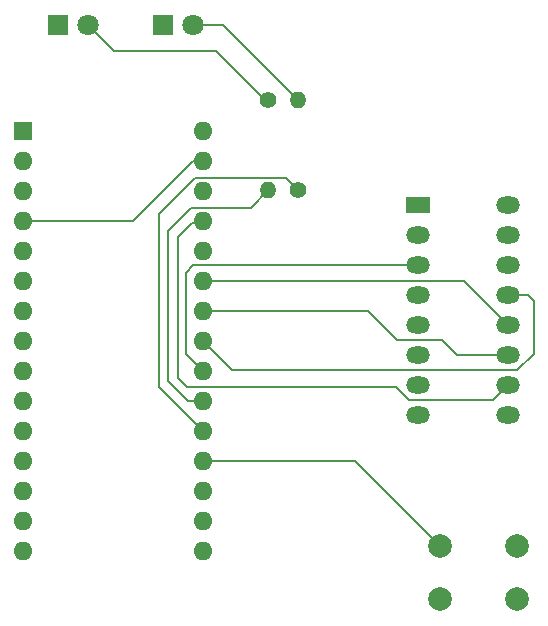
<source format=gbl>
G04 #@! TF.GenerationSoftware,KiCad,Pcbnew,8.0.3*
G04 #@! TF.CreationDate,2025-02-02T14:21:44+13:00*
G04 #@! TF.ProjectId,2102_sram_tester,32313032-5f73-4726-916d-5f7465737465,rev?*
G04 #@! TF.SameCoordinates,Original*
G04 #@! TF.FileFunction,Copper,L2,Bot*
G04 #@! TF.FilePolarity,Positive*
%FSLAX46Y46*%
G04 Gerber Fmt 4.6, Leading zero omitted, Abs format (unit mm)*
G04 Created by KiCad (PCBNEW 8.0.3) date 2025-02-02 14:21:44*
%MOMM*%
%LPD*%
G01*
G04 APERTURE LIST*
G04 #@! TA.AperFunction,ComponentPad*
%ADD10R,2.000000X1.440000*%
G04 #@! TD*
G04 #@! TA.AperFunction,ComponentPad*
%ADD11O,2.000000X1.440000*%
G04 #@! TD*
G04 #@! TA.AperFunction,ComponentPad*
%ADD12R,1.800000X1.800000*%
G04 #@! TD*
G04 #@! TA.AperFunction,ComponentPad*
%ADD13C,1.800000*%
G04 #@! TD*
G04 #@! TA.AperFunction,ComponentPad*
%ADD14R,1.600000X1.600000*%
G04 #@! TD*
G04 #@! TA.AperFunction,ComponentPad*
%ADD15O,1.600000X1.600000*%
G04 #@! TD*
G04 #@! TA.AperFunction,ComponentPad*
%ADD16C,1.400000*%
G04 #@! TD*
G04 #@! TA.AperFunction,ComponentPad*
%ADD17O,1.400000X1.400000*%
G04 #@! TD*
G04 #@! TA.AperFunction,ComponentPad*
%ADD18C,2.000000*%
G04 #@! TD*
G04 #@! TA.AperFunction,Conductor*
%ADD19C,0.200000*%
G04 #@! TD*
G04 APERTURE END LIST*
D10*
X153670000Y-87376000D03*
D11*
X153670000Y-89916000D03*
X153670000Y-92456000D03*
X153670000Y-94996000D03*
X153670000Y-97536000D03*
X153670000Y-100076000D03*
X153670000Y-102616000D03*
X153670000Y-105156000D03*
X161290000Y-105156000D03*
X161290000Y-102616000D03*
X161290000Y-100076000D03*
X161290000Y-97536000D03*
X161290000Y-94996000D03*
X161290000Y-92456000D03*
X161290000Y-89916000D03*
X161290000Y-87376000D03*
D12*
X123190000Y-72136000D03*
D13*
X125730000Y-72136000D03*
D12*
X132080000Y-72136000D03*
D13*
X134620000Y-72136000D03*
D14*
X120150000Y-81096000D03*
D15*
X120150000Y-83636000D03*
X120150000Y-86176000D03*
X120150000Y-88716000D03*
X120150000Y-91256000D03*
X120150000Y-93796000D03*
X120150000Y-96336000D03*
X120150000Y-98876000D03*
X120150000Y-101416000D03*
X120150000Y-103956000D03*
X120150000Y-106496000D03*
X120150000Y-109036000D03*
X120150000Y-111576000D03*
X120150000Y-114116000D03*
X120150000Y-116656000D03*
X135390000Y-116656000D03*
X135390000Y-114116000D03*
X135390000Y-111576000D03*
X135390000Y-109036000D03*
X135390000Y-106496000D03*
X135390000Y-103956000D03*
X135390000Y-101416000D03*
X135390000Y-98876000D03*
X135390000Y-96336000D03*
X135390000Y-93796000D03*
X135390000Y-91256000D03*
X135390000Y-88716000D03*
X135390000Y-86176000D03*
X135390000Y-83636000D03*
X135390000Y-81096000D03*
D16*
X143510000Y-86106000D03*
D17*
X143510000Y-78486000D03*
D16*
X140970000Y-78486000D03*
D17*
X140970000Y-86106000D03*
D18*
X155500000Y-116256000D03*
X162000000Y-116256000D03*
X155500000Y-120756000D03*
X162000000Y-120756000D03*
D19*
X161290000Y-97536000D02*
X157550000Y-93796000D01*
X157550000Y-93796000D02*
X135390000Y-93796000D01*
X120150000Y-88716000D02*
X129470000Y-88716000D01*
X134550000Y-83636000D02*
X135390000Y-83636000D01*
X129470000Y-88716000D02*
X134550000Y-83636000D01*
X135390000Y-106496000D02*
X131699000Y-102805000D01*
X131699000Y-102805000D02*
X131699000Y-88138000D01*
X131699000Y-88138000D02*
X134761000Y-85076000D01*
X142480000Y-85076000D02*
X143510000Y-86106000D01*
X134761000Y-85076000D02*
X142480000Y-85076000D01*
X133350000Y-90043000D02*
X134493000Y-88900000D01*
X161290000Y-102616000D02*
X160020000Y-103886000D01*
X133350000Y-101981000D02*
X133350000Y-90043000D01*
X160020000Y-103886000D02*
X152908000Y-103886000D01*
X134493000Y-88900000D02*
X135206000Y-88900000D01*
X151765000Y-102743000D02*
X134112000Y-102743000D01*
X135206000Y-88900000D02*
X135390000Y-88716000D01*
X152908000Y-103886000D02*
X151765000Y-102743000D01*
X134112000Y-102743000D02*
X133350000Y-101981000D01*
X133985000Y-93091000D02*
X133985000Y-100011000D01*
X134620000Y-92456000D02*
X133985000Y-93091000D01*
X133985000Y-100011000D02*
X135390000Y-101416000D01*
X153670000Y-92456000D02*
X134620000Y-92456000D01*
X163449000Y-95504000D02*
X163449000Y-99949000D01*
X137860000Y-101346000D02*
X135390000Y-98876000D01*
X162052000Y-101346000D02*
X137860000Y-101346000D01*
X163449000Y-99949000D02*
X162052000Y-101346000D01*
X162941000Y-94996000D02*
X163449000Y-95504000D01*
X161290000Y-94996000D02*
X162941000Y-94996000D01*
X155702000Y-98806000D02*
X151892000Y-98806000D01*
X156972000Y-100076000D02*
X155702000Y-98806000D01*
X161290000Y-100076000D02*
X156972000Y-100076000D01*
X149422000Y-96336000D02*
X135390000Y-96336000D01*
X151892000Y-98806000D02*
X149422000Y-96336000D01*
X135390000Y-109036000D02*
X148280000Y-109036000D01*
X148280000Y-109036000D02*
X155500000Y-116256000D01*
X135390000Y-103956000D02*
X134182000Y-103956000D01*
X132461000Y-102235000D02*
X132461000Y-89535000D01*
X134182000Y-103956000D02*
X132461000Y-102235000D01*
X134380000Y-87616000D02*
X139460000Y-87616000D01*
X132461000Y-89535000D02*
X134380000Y-87616000D01*
X139460000Y-87616000D02*
X140970000Y-86106000D01*
X143510000Y-78486000D02*
X137160000Y-72136000D01*
X137160000Y-72136000D02*
X134620000Y-72136000D01*
X127889000Y-74295000D02*
X125730000Y-72136000D01*
X140716000Y-78486000D02*
X136525000Y-74295000D01*
X140970000Y-78486000D02*
X140716000Y-78486000D01*
X136525000Y-74295000D02*
X127889000Y-74295000D01*
M02*

</source>
